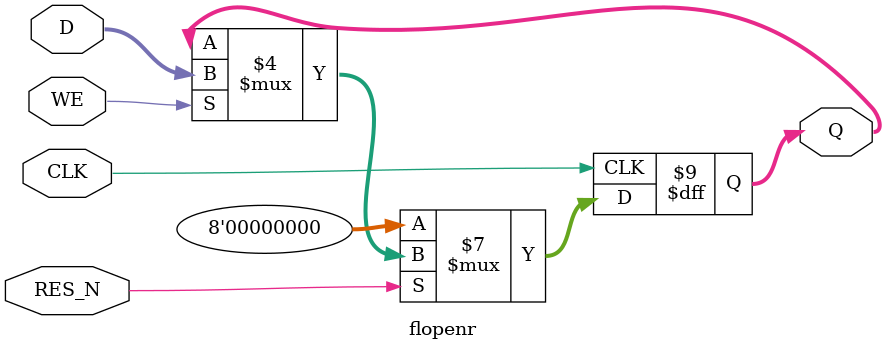
<source format=v>
module flopenr #(
  parameter P_INIT = 8'h00
)(
  input            CLK,
  input            RES_N,
  input            WE,
  input [7:0]      D,
  output reg [7:0] Q
);

  always @(posedge CLK) begin
    if (!RES_N)
      Q <= P_INIT;
    else if (WE)
      Q <= D;
    else
      Q <= Q;
  end

endmodule

</source>
